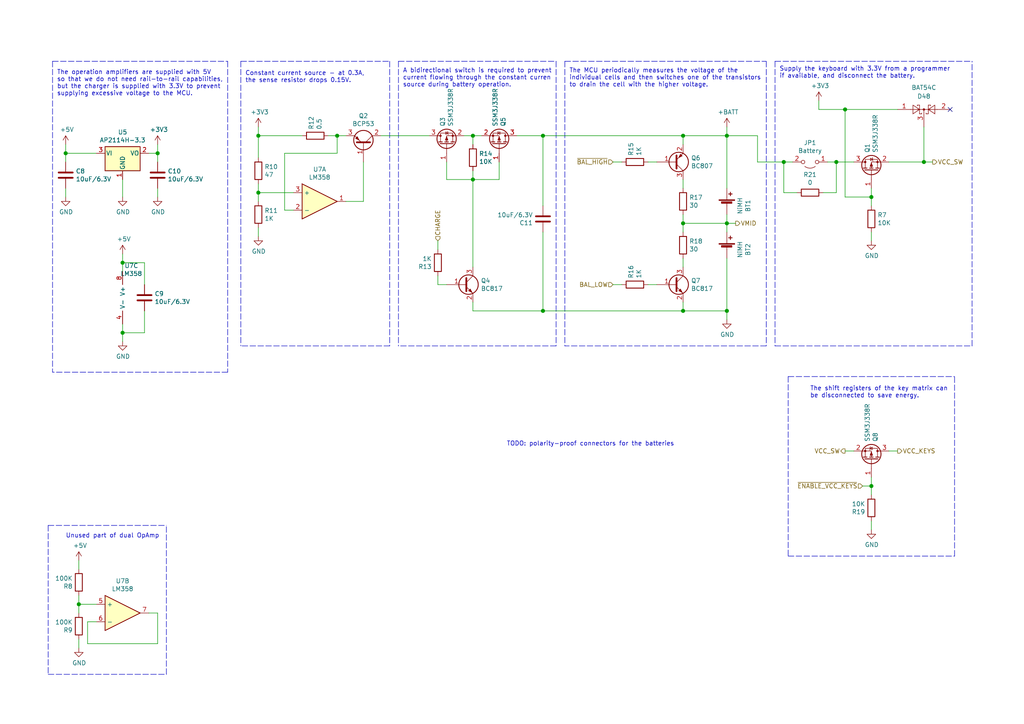
<source format=kicad_sch>
(kicad_sch (version 20210123) (generator eeschema)
  (paper "A4")
  (lib_symbols
    (symbol "Device:Battery_Cell" (pin_numbers hide) (pin_names (offset 0) hide)
      (property "Reference" "BT" (at 2.54 2.54 0))
      (property "Value" "Battery_Cell" (at 2.54 0 0))
      (symbol "Battery_Cell_0_1"
        (rectangle (start -2.286 1.778) (end 2.286 1.524) (fill (type outline)))
        (rectangle (start -1.5748 1.1938) (end 1.4732 0.6858) (fill (type outline)))
        (polyline (pts (xy 0 0.762) (xy 0 0)))
        (polyline (pts (xy 0 1.778) (xy 0 2.54)))
        (polyline (pts (xy 0.508 3.429) (xy 1.524 3.429)) (stroke (width 0.254)))
        (polyline (pts (xy 1.016 3.937) (xy 1.016 2.921)) (stroke (width 0.254)))
      )
      (symbol "Battery_Cell_1_1"
        (pin passive line (at 0 5.08 270) (length 2.54) (name "+") (number "1"))
        (pin passive line (at 0 -2.54 90) (length 2.54) (name "-") (number "2"))
      )
    )
    (symbol "Device:C" (pin_numbers hide) (pin_names (offset 0.254))
      (property "Reference" "C" (at 0.635 2.54 0))
      (property "Value" "C" (at 0.635 -2.54 0))
      (symbol "C_0_1"
        (polyline (pts (xy -2.032 -0.762) (xy 2.032 -0.762)) (stroke (width 0.508)))
        (polyline (pts (xy -2.032 0.762) (xy 2.032 0.762)) (stroke (width 0.508)))
      )
      (symbol "C_1_1"
        (pin passive line (at 0 3.81 270) (length 2.794) (name "~") (number "1"))
        (pin passive line (at 0 -3.81 90) (length 2.794) (name "~") (number "2"))
      )
    )
    (symbol "Device:Opamp_Dual"
      (property "Reference" "U" (at 0 5.08 0))
      (property "Value" "Opamp_Dual" (at 0 -5.08 0))
      (symbol "Opamp_Dual_1_1"
        (polyline (pts (xy -5.08 5.08) (xy 5.08 0) (xy -5.08 -5.08) (xy -5.08 5.08)) (stroke (width 0.254)) (fill (type background)))
        (pin output line (at 7.62 0 180) (length 2.54) (name "~") (number "1"))
        (pin input line (at -7.62 -2.54 0) (length 2.54) (name "-") (number "2"))
        (pin input line (at -7.62 2.54 0) (length 2.54) (name "+") (number "3"))
      )
      (symbol "Opamp_Dual_2_1"
        (polyline (pts (xy -5.08 5.08) (xy 5.08 0) (xy -5.08 -5.08) (xy -5.08 5.08)) (stroke (width 0.254)) (fill (type background)))
        (pin input line (at -7.62 2.54 0) (length 2.54) (name "+") (number "5"))
        (pin input line (at -7.62 -2.54 0) (length 2.54) (name "-") (number "6"))
        (pin output line (at 7.62 0 180) (length 2.54) (name "~") (number "7"))
      )
      (symbol "Opamp_Dual_3_1"
        (pin power_in line (at -2.54 -7.62 90) (length 3.81) (name "V-") (number "4"))
        (pin power_in line (at -2.54 7.62 270) (length 3.81) (name "V+") (number "8"))
      )
    )
    (symbol "Device:Q_PMOS_GSD" (pin_names (offset 0) hide)
      (property "Reference" "Q" (at 5.08 1.27 0))
      (property "Value" "Q_PMOS_GSD" (at 5.08 -1.27 0))
      (symbol "Q_PMOS_GSD_0_1"
        (circle (center 1.651 0) (radius 2.794) (stroke (width 0.254)))
        (circle (center 2.54 -1.778) (radius 0.254) (fill (type outline)))
        (circle (center 2.54 1.778) (radius 0.254) (fill (type outline)))
        (polyline (pts (xy 0.254 0) (xy -2.54 0)))
        (polyline (pts (xy 0.254 1.905) (xy 0.254 -1.905)) (stroke (width 0.254)))
        (polyline (pts (xy 0.762 -1.27) (xy 0.762 -2.286)) (stroke (width 0.254)))
        (polyline (pts (xy 0.762 0.508) (xy 0.762 -0.508)) (stroke (width 0.254)))
        (polyline (pts (xy 0.762 2.286) (xy 0.762 1.27)) (stroke (width 0.254)))
        (polyline (pts (xy 2.54 2.54) (xy 2.54 1.778)))
        (polyline (pts (xy 2.54 -2.54) (xy 2.54 0) (xy 0.762 0)))
        (polyline (pts (xy 0.762 1.778) (xy 3.302 1.778) (xy 3.302 -1.778) (xy 0.762 -1.778)))
        (polyline (pts (xy 2.286 0) (xy 1.27 0.381) (xy 1.27 -0.381) (xy 2.286 0)) (fill (type outline)))
        (polyline (pts (xy 2.794 -0.508) (xy 2.921 -0.381) (xy 3.683 -0.381) (xy 3.81 -0.254)))
        (polyline (pts (xy 3.302 -0.381) (xy 2.921 0.254) (xy 3.683 0.254) (xy 3.302 -0.381)))
      )
      (symbol "Q_PMOS_GSD_1_1"
        (pin input line (at -5.08 0 0) (length 2.54) (name "G") (number "1"))
        (pin passive line (at 2.54 -5.08 90) (length 2.54) (name "S") (number "2"))
        (pin passive line (at 2.54 5.08 270) (length 2.54) (name "D") (number "3"))
      )
    )
    (symbol "Device:R" (pin_numbers hide) (pin_names (offset 0))
      (property "Reference" "R" (at 2.032 0 90))
      (property "Value" "R" (at 0 0 90))
      (symbol "R_0_1"
        (rectangle (start -1.016 -2.54) (end 1.016 2.54) (stroke (width 0.254)))
      )
      (symbol "R_1_1"
        (pin passive line (at 0 3.81 270) (length 1.27) (name "~") (number "1"))
        (pin passive line (at 0 -3.81 90) (length 1.27) (name "~") (number "2"))
      )
    )
    (symbol "Diode:BAT54C" (pin_names (offset 1.016))
      (property "Reference" "D" (at 0.635 -3.81 0))
      (property "Value" "BAT54C" (at -6.35 3.175 0))
      (symbol "BAT54C_0_1"
        (circle (center 0 0) (radius 0.254) (fill (type outline)))
        (polyline (pts (xy -1.905 0) (xy 1.905 0)))
        (polyline (pts (xy -1.905 1.27) (xy -1.905 1.016)))
        (polyline (pts (xy -1.27 -1.27) (xy -0.635 -1.27)))
        (polyline (pts (xy -1.27 0) (xy -3.81 0)))
        (polyline (pts (xy -1.27 1.27) (xy -1.905 1.27)))
        (polyline (pts (xy -1.27 1.27) (xy -1.27 -1.27)))
        (polyline (pts (xy -0.635 -1.27) (xy -0.635 -1.016)))
        (polyline (pts (xy 0.635 -1.27) (xy 0.635 -1.016)))
        (polyline (pts (xy 1.27 -1.27) (xy 0.635 -1.27)))
        (polyline (pts (xy 1.27 1.27) (xy 1.27 -1.27)))
        (polyline (pts (xy 1.27 1.27) (xy 1.905 1.27)))
        (polyline (pts (xy 1.905 1.27) (xy 1.905 1.016)))
        (polyline (pts (xy 3.81 0) (xy 1.27 0)))
        (polyline (pts (xy -3.175 -1.27) (xy -3.175 1.27) (xy -1.27 0) (xy -3.175 -1.27)))
        (polyline (pts (xy 3.175 -1.27) (xy 3.175 1.27) (xy 1.27 0) (xy 3.175 -1.27)))
      )
      (symbol "BAT54C_1_1"
        (pin passive line (at -7.62 0 0) (length 3.81) (name "~") (number "1"))
        (pin passive line (at 7.62 0 180) (length 3.81) (name "~") (number "2"))
        (pin passive line (at 0 -5.08 90) (length 5.08) (name "~") (number "3"))
      )
    )
    (symbol "Jumper:Jumper_2_Open" (pin_names (offset 0) hide)
      (property "Reference" "JP" (at 0 2.794 0))
      (property "Value" "Jumper_2_Open" (at 0 -2.286 0))
      (symbol "Jumper_2_Open_0_0"
        (circle (center -2.032 0) (radius 0.508))
        (circle (center 2.032 0) (radius 0.508))
      )
      (symbol "Jumper_2_Open_0_1"
        (arc (start -1.524 1.27) (end 1.524 1.27) (radius (at 0 -0.762) (length 2.54) (angles 126.9 53.1)))
      )
      (symbol "Jumper_2_Open_1_1"
        (pin passive line (at -5.08 0 0) (length 2.54) (name "A") (number "1"))
        (pin passive line (at 5.08 0 180) (length 2.54) (name "B") (number "2"))
      )
    )
    (symbol "Regulator_Linear:AMS1117-3.3" (pin_names (offset 0.254))
      (property "Reference" "U" (at -3.81 3.175 0))
      (property "Value" "AMS1117-3.3" (at 0 3.175 0))
      (symbol "AMS1117-3.3_0_1"
        (rectangle (start -5.08 -5.08) (end 5.08 1.905) (stroke (width 0.254)) (fill (type background)))
      )
      (symbol "AMS1117-3.3_1_1"
        (pin power_in line (at 0 -7.62 90) (length 2.54) (name "GND") (number "1"))
        (pin power_out line (at 7.62 0 180) (length 2.54) (name "VO") (number "2"))
        (pin power_in line (at -7.62 0 0) (length 2.54) (name "VI") (number "3"))
      )
    )
    (symbol "Transistor_BJT:BC807" (pin_names (offset 0) hide)
      (property "Reference" "Q" (at 5.08 1.905 0))
      (property "Value" "BC807" (at 5.08 0 0))
      (symbol "BC807_0_1"
        (circle (center 1.27 0) (radius 2.8194) (stroke (width 0.254)))
        (polyline (pts (xy 0.635 0.635) (xy 2.54 2.54)))
        (polyline (pts (xy 0.635 -0.635) (xy 2.54 -2.54) (xy 2.54 -2.54)))
        (polyline (pts (xy 0.635 1.905) (xy 0.635 -1.905) (xy 0.635 -1.905)) (stroke (width 0.508)))
        (polyline (pts (xy 2.286 -1.778) (xy 1.778 -2.286) (xy 1.27 -1.27) (xy 2.286 -1.778) (xy 2.286 -1.778)) (fill (type outline)))
      )
      (symbol "BC807_1_1"
        (pin input line (at -5.08 0 0) (length 5.715) (name "B") (number "1"))
        (pin passive line (at 2.54 -5.08 90) (length 2.54) (name "E") (number "2"))
        (pin passive line (at 2.54 5.08 270) (length 2.54) (name "C") (number "3"))
      )
    )
    (symbol "Transistor_BJT:BC817" (pin_names (offset 0) hide)
      (property "Reference" "Q" (at 5.08 1.905 0))
      (property "Value" "BC817" (at 5.08 0 0))
      (symbol "BC817_0_1"
        (circle (center 1.27 0) (radius 2.8194) (stroke (width 0.254)))
        (polyline (pts (xy 0.635 0.635) (xy 2.54 2.54)))
        (polyline (pts (xy 0.635 -0.635) (xy 2.54 -2.54) (xy 2.54 -2.54)))
        (polyline (pts (xy 0.635 1.905) (xy 0.635 -1.905) (xy 0.635 -1.905)) (stroke (width 0.508)))
        (polyline (pts (xy 1.27 -1.778) (xy 1.778 -1.27) (xy 2.286 -2.286) (xy 1.27 -1.778) (xy 1.27 -1.778)) (fill (type outline)))
      )
      (symbol "BC817_1_1"
        (pin input line (at -5.08 0 0) (length 5.715) (name "B") (number "1"))
        (pin passive line (at 2.54 -5.08 90) (length 2.54) (name "E") (number "2"))
        (pin passive line (at 2.54 5.08 270) (length 2.54) (name "C") (number "3"))
      )
    )
    (symbol "Transistor_BJT:BCP53" (pin_names (offset 0) hide)
      (property "Reference" "Q" (at 5.08 1.905 0))
      (property "Value" "BCP53" (at 5.08 0 0))
      (symbol "BCP53_0_1"
        (circle (center 1.27 0) (radius 2.8194) (stroke (width 0.254)))
        (polyline (pts (xy 0.635 0.635) (xy 2.54 2.54)))
        (polyline (pts (xy 0.635 -0.635) (xy 2.54 -2.54) (xy 2.54 -2.54)))
        (polyline (pts (xy 0.635 1.905) (xy 0.635 -1.905) (xy 0.635 -1.905)) (stroke (width 0.508)))
        (polyline (pts (xy 2.286 -1.778) (xy 1.778 -2.286) (xy 1.27 -1.27) (xy 2.286 -1.778) (xy 2.286 -1.778)) (fill (type outline)))
      )
      (symbol "BCP53_1_1"
        (pin input line (at -5.08 0 0) (length 5.715) (name "B") (number "1"))
        (pin passive line (at 2.54 5.08 270) (length 2.54) (name "C") (number "2"))
        (pin passive line (at 2.54 -5.08 90) (length 2.54) (name "E") (number "3"))
        (pin passive line (at 2.54 5.08 270) (length 2.54) hide (name "C") (number "4"))
      )
    )
    (symbol "power:+3.3V" (power) (pin_names (offset 0))
      (property "Value" "+3.3V" (at 0 3.556 0))
      (symbol "+3.3V_0_1"
        (polyline (pts (xy -0.762 1.27) (xy 0 2.54)))
        (polyline (pts (xy 0 0) (xy 0 2.54)))
        (polyline (pts (xy 0 2.54) (xy 0.762 1.27)))
      )
      (symbol "+3.3V_1_1"
        (pin power_in line (at 0 0 90) (length 0) hide (name "+3V3") (number "1"))
      )
    )
    (symbol "power:+5V" (power) (pin_names (offset 0))
      (property "Value" "+5V" (at 0 3.556 0))
      (symbol "+5V_0_1"
        (polyline (pts (xy -0.762 1.27) (xy 0 2.54)))
        (polyline (pts (xy 0 0) (xy 0 2.54)))
        (polyline (pts (xy 0 2.54) (xy 0.762 1.27)))
      )
      (symbol "+5V_1_1"
        (pin power_in line (at 0 0 90) (length 0) hide (name "+5V") (number "1"))
      )
    )
    (symbol "power:+BATT" (power) (pin_names (offset 0))
      (property "Value" "+BATT" (at 0 3.556 0))
      (symbol "+BATT_0_1"
        (polyline (pts (xy -0.762 1.27) (xy 0 2.54)))
        (polyline (pts (xy 0 0) (xy 0 2.54)))
        (polyline (pts (xy 0 2.54) (xy 0.762 1.27)))
      )
      (symbol "+BATT_1_1"
        (pin power_in line (at 0 0 90) (length 0) hide (name "+BATT") (number "1"))
      )
    )
    (symbol "power:GND" (power) (pin_names (offset 0))
      (property "Value" "GND" (at 0 -3.81 0))
      (symbol "GND_0_1"
        (polyline (pts (xy 0 0) (xy 0 -1.27) (xy 1.27 -1.27) (xy 0 -2.54) (xy -1.27 -1.27) (xy 0 -1.27)))
      )
      (symbol "GND_1_1"
        (pin power_in line (at 0 0 270) (length 0) hide (name "GND") (number "1"))
      )
    )
  )
  (junction (at 19.05 44.45) (diameter 1.016))
  (junction (at 22.86 175.26) (diameter 1.016))
  (junction (at 35.56 76.2) (diameter 1.016))
  (junction (at 35.56 96.52) (diameter 1.016))
  (junction (at 45.72 44.45) (diameter 1.016))
  (junction (at 74.93 39.37) (diameter 1.016))
  (junction (at 74.93 55.88) (diameter 1.016))
  (junction (at 97.79 39.37) (diameter 1.016))
  (junction (at 137.16 39.37) (diameter 1.016))
  (junction (at 137.16 52.07) (diameter 1.016))
  (junction (at 157.48 39.37) (diameter 1.016))
  (junction (at 157.48 90.17) (diameter 1.016))
  (junction (at 198.12 39.37) (diameter 1.016))
  (junction (at 198.12 64.77) (diameter 1.016))
  (junction (at 198.12 90.17) (diameter 1.016))
  (junction (at 210.82 39.37) (diameter 1.016))
  (junction (at 210.82 64.77) (diameter 1.016))
  (junction (at 210.82 90.17) (diameter 1.016))
  (junction (at 227.33 46.99) (diameter 1.016))
  (junction (at 242.57 46.99) (diameter 1.016))
  (junction (at 245.11 31.75) (diameter 1.016))
  (junction (at 252.73 57.15) (diameter 1.016))
  (junction (at 252.73 140.97) (diameter 1.016))
  (junction (at 267.97 46.99) (diameter 1.016))
  (no_connect (at 275.59 31.75))
  (wire (pts (xy 19.05 41.91) (xy 19.05 44.45)))
  (wire (pts (xy 19.05 44.45) (xy 19.05 46.99)))
  (wire (pts (xy 19.05 44.45) (xy 27.94 44.45)))
  (wire (pts (xy 19.05 54.61) (xy 19.05 57.15)))
  (wire (pts (xy 22.86 162.56) (xy 22.86 165.1)))
  (wire (pts (xy 22.86 172.72) (xy 22.86 175.26)))
  (wire (pts (xy 22.86 175.26) (xy 22.86 177.8)))
  (wire (pts (xy 22.86 175.26) (xy 27.94 175.26)))
  (wire (pts (xy 22.86 185.42) (xy 22.86 187.96)))
  (wire (pts (xy 25.4 180.34) (xy 27.94 180.34)))
  (wire (pts (xy 25.4 186.69) (xy 25.4 180.34)))
  (wire (pts (xy 35.56 52.07) (xy 35.56 57.15)))
  (wire (pts (xy 35.56 73.66) (xy 35.56 76.2)))
  (wire (pts (xy 35.56 76.2) (xy 35.56 78.74)))
  (wire (pts (xy 35.56 93.98) (xy 35.56 96.52)))
  (wire (pts (xy 35.56 96.52) (xy 35.56 99.06)))
  (wire (pts (xy 41.91 76.2) (xy 35.56 76.2)))
  (wire (pts (xy 41.91 82.55) (xy 41.91 76.2)))
  (wire (pts (xy 41.91 90.17) (xy 41.91 96.52)))
  (wire (pts (xy 41.91 96.52) (xy 35.56 96.52)))
  (wire (pts (xy 43.18 44.45) (xy 45.72 44.45)))
  (wire (pts (xy 43.18 177.8) (xy 45.72 177.8)))
  (wire (pts (xy 45.72 41.91) (xy 45.72 44.45)))
  (wire (pts (xy 45.72 44.45) (xy 45.72 46.99)))
  (wire (pts (xy 45.72 54.61) (xy 45.72 57.15)))
  (wire (pts (xy 45.72 177.8) (xy 45.72 186.69)))
  (wire (pts (xy 45.72 186.69) (xy 25.4 186.69)))
  (wire (pts (xy 74.93 36.83) (xy 74.93 39.37)))
  (wire (pts (xy 74.93 39.37) (xy 74.93 45.72)))
  (wire (pts (xy 74.93 53.34) (xy 74.93 55.88)))
  (wire (pts (xy 74.93 55.88) (xy 74.93 58.42)))
  (wire (pts (xy 74.93 55.88) (xy 85.09 55.88)))
  (wire (pts (xy 74.93 66.04) (xy 74.93 68.58)))
  (wire (pts (xy 82.55 44.45) (xy 97.79 44.45)))
  (wire (pts (xy 82.55 60.96) (xy 82.55 44.45)))
  (wire (pts (xy 85.09 60.96) (xy 82.55 60.96)))
  (wire (pts (xy 87.63 39.37) (xy 74.93 39.37)))
  (wire (pts (xy 95.25 39.37) (xy 97.79 39.37)))
  (wire (pts (xy 97.79 39.37) (xy 100.33 39.37)))
  (wire (pts (xy 97.79 44.45) (xy 97.79 39.37)))
  (wire (pts (xy 105.41 46.99) (xy 105.41 58.42)))
  (wire (pts (xy 105.41 58.42) (xy 100.33 58.42)))
  (wire (pts (xy 110.49 39.37) (xy 124.46 39.37)))
  (wire (pts (xy 127 69.85) (xy 127 72.39)))
  (wire (pts (xy 127 82.55) (xy 127 80.01)))
  (wire (pts (xy 129.54 52.07) (xy 129.54 46.99)))
  (wire (pts (xy 129.54 82.55) (xy 127 82.55)))
  (wire (pts (xy 134.62 39.37) (xy 137.16 39.37)))
  (wire (pts (xy 137.16 39.37) (xy 137.16 41.91)))
  (wire (pts (xy 137.16 39.37) (xy 139.7 39.37)))
  (wire (pts (xy 137.16 49.53) (xy 137.16 52.07)))
  (wire (pts (xy 137.16 52.07) (xy 129.54 52.07)))
  (wire (pts (xy 137.16 52.07) (xy 137.16 77.47)))
  (wire (pts (xy 137.16 90.17) (xy 137.16 87.63)))
  (wire (pts (xy 144.78 46.99) (xy 144.78 52.07)))
  (wire (pts (xy 144.78 52.07) (xy 137.16 52.07)))
  (wire (pts (xy 149.86 39.37) (xy 157.48 39.37)))
  (wire (pts (xy 157.48 39.37) (xy 157.48 59.69)))
  (wire (pts (xy 157.48 39.37) (xy 198.12 39.37)))
  (wire (pts (xy 157.48 67.31) (xy 157.48 90.17)))
  (wire (pts (xy 157.48 90.17) (xy 137.16 90.17)))
  (wire (pts (xy 177.8 46.99) (xy 180.34 46.99)))
  (wire (pts (xy 177.8 82.55) (xy 180.34 82.55)))
  (wire (pts (xy 187.96 46.99) (xy 190.5 46.99)))
  (wire (pts (xy 187.96 82.55) (xy 190.5 82.55)))
  (wire (pts (xy 198.12 39.37) (xy 210.82 39.37)))
  (wire (pts (xy 198.12 41.91) (xy 198.12 39.37)))
  (wire (pts (xy 198.12 52.07) (xy 198.12 54.61)))
  (wire (pts (xy 198.12 64.77) (xy 198.12 62.23)))
  (wire (pts (xy 198.12 64.77) (xy 198.12 67.31)))
  (wire (pts (xy 198.12 74.93) (xy 198.12 77.47)))
  (wire (pts (xy 198.12 90.17) (xy 157.48 90.17)))
  (wire (pts (xy 198.12 90.17) (xy 198.12 87.63)))
  (wire (pts (xy 210.82 36.83) (xy 210.82 39.37)))
  (wire (pts (xy 210.82 39.37) (xy 210.82 54.61)))
  (wire (pts (xy 210.82 39.37) (xy 219.71 39.37)))
  (wire (pts (xy 210.82 62.23) (xy 210.82 64.77)))
  (wire (pts (xy 210.82 64.77) (xy 198.12 64.77)))
  (wire (pts (xy 210.82 64.77) (xy 210.82 67.31)))
  (wire (pts (xy 210.82 64.77) (xy 213.36 64.77)))
  (wire (pts (xy 210.82 74.93) (xy 210.82 90.17)))
  (wire (pts (xy 210.82 90.17) (xy 198.12 90.17)))
  (wire (pts (xy 210.82 90.17) (xy 210.82 92.71)))
  (wire (pts (xy 219.71 46.99) (xy 219.71 39.37)))
  (wire (pts (xy 227.33 46.99) (xy 219.71 46.99)))
  (wire (pts (xy 227.33 46.99) (xy 227.33 55.88)))
  (wire (pts (xy 229.87 46.99) (xy 227.33 46.99)))
  (wire (pts (xy 231.14 55.88) (xy 227.33 55.88)))
  (wire (pts (xy 237.49 31.75) (xy 237.49 29.21)))
  (wire (pts (xy 238.76 55.88) (xy 242.57 55.88)))
  (wire (pts (xy 242.57 46.99) (xy 240.03 46.99)))
  (wire (pts (xy 242.57 46.99) (xy 242.57 55.88)))
  (wire (pts (xy 245.11 31.75) (xy 237.49 31.75)))
  (wire (pts (xy 245.11 31.75) (xy 245.11 57.15)))
  (wire (pts (xy 245.11 130.81) (xy 247.65 130.81)))
  (wire (pts (xy 247.65 46.99) (xy 242.57 46.99)))
  (wire (pts (xy 250.19 140.97) (xy 252.73 140.97)))
  (wire (pts (xy 252.73 54.61) (xy 252.73 57.15)))
  (wire (pts (xy 252.73 57.15) (xy 245.11 57.15)))
  (wire (pts (xy 252.73 57.15) (xy 252.73 59.69)))
  (wire (pts (xy 252.73 67.31) (xy 252.73 69.85)))
  (wire (pts (xy 252.73 138.43) (xy 252.73 140.97)))
  (wire (pts (xy 252.73 140.97) (xy 252.73 143.51)))
  (wire (pts (xy 252.73 151.13) (xy 252.73 153.67)))
  (wire (pts (xy 257.81 130.81) (xy 260.35 130.81)))
  (wire (pts (xy 260.35 31.75) (xy 245.11 31.75)))
  (wire (pts (xy 267.97 36.83) (xy 267.97 46.99)))
  (wire (pts (xy 267.97 46.99) (xy 257.81 46.99)))
  (wire (pts (xy 267.97 46.99) (xy 270.51 46.99)))
  (polyline (pts (xy 13.97 152.4) (xy 13.97 195.58)) (stroke (width 0) (type dash)))
  (polyline (pts (xy 13.97 152.4) (xy 48.26 152.4)) (stroke (width 0) (type dash)))
  (polyline (pts (xy 13.97 195.58) (xy 48.26 195.58)) (stroke (width 0) (type dash)))
  (polyline (pts (xy 15.24 17.78) (xy 15.24 107.95)) (stroke (width 0) (type dash)))
  (polyline (pts (xy 15.24 17.78) (xy 66.04 17.78)) (stroke (width 0) (type dash)))
  (polyline (pts (xy 48.26 195.58) (xy 48.26 152.4)) (stroke (width 0) (type dash)))
  (polyline (pts (xy 66.04 17.78) (xy 66.04 107.95)) (stroke (width 0) (type dash)))
  (polyline (pts (xy 66.04 107.95) (xy 15.24 107.95)) (stroke (width 0) (type dash)))
  (polyline (pts (xy 69.85 17.78) (xy 69.85 100.33)) (stroke (width 0) (type dash)))
  (polyline (pts (xy 69.85 17.78) (xy 113.03 17.78)) (stroke (width 0) (type dash)))
  (polyline (pts (xy 113.03 17.78) (xy 113.03 100.33)) (stroke (width 0) (type dash)))
  (polyline (pts (xy 113.03 100.33) (xy 69.85 100.33)) (stroke (width 0) (type dash)))
  (polyline (pts (xy 115.57 17.78) (xy 115.57 100.33)) (stroke (width 0) (type dash)))
  (polyline (pts (xy 115.57 17.78) (xy 161.29 17.78)) (stroke (width 0) (type dash)))
  (polyline (pts (xy 161.29 17.78) (xy 161.29 100.33)) (stroke (width 0) (type dash)))
  (polyline (pts (xy 161.29 100.33) (xy 115.57 100.33)) (stroke (width 0) (type dash)))
  (polyline (pts (xy 163.83 17.78) (xy 163.83 100.33)) (stroke (width 0) (type dash)))
  (polyline (pts (xy 163.83 17.78) (xy 222.25 17.78)) (stroke (width 0) (type dash)))
  (polyline (pts (xy 222.25 17.78) (xy 222.25 100.33)) (stroke (width 0) (type dash)))
  (polyline (pts (xy 222.25 100.33) (xy 163.83 100.33)) (stroke (width 0) (type dash)))
  (polyline (pts (xy 224.79 17.78) (xy 224.79 100.33)) (stroke (width 0) (type dash)))
  (polyline (pts (xy 224.79 17.78) (xy 281.94 17.78)) (stroke (width 0) (type dash)))
  (polyline (pts (xy 224.79 100.33) (xy 281.94 100.33)) (stroke (width 0) (type dash)))
  (polyline (pts (xy 228.6 109.22) (xy 228.6 161.29)) (stroke (width 0) (type dash)))
  (polyline (pts (xy 228.6 109.22) (xy 276.86 109.22)) (stroke (width 0) (type dash)))
  (polyline (pts (xy 228.6 161.29) (xy 276.86 161.29)) (stroke (width 0) (type dash)))
  (polyline (pts (xy 276.86 161.29) (xy 276.86 109.22)) (stroke (width 0) (type dash)))
  (polyline (pts (xy 281.94 100.33) (xy 281.94 17.78)) (stroke (width 0) (type dash)))
  (text "The operation amplifiers are supplied with 5V\nso that we do not need rail-to-rail capabilities,\nbut the charger is supplied with 3.3V to prevent\nsupplying excessive voltage to the MCU." (at 16.51 27.94 0) (effects (font (size 1.27 1.27)) (justify left bottom)))
  (text "Unused part of dual OpAmp" (at 19.05 156.21 0) (effects (font (size 1.27 1.27)) (justify left bottom)))
  (text "Constant current source - at 0.3A,\nthe sense resistor drops 0.15V." (at 71.12 24.13 0) (effects (font (size 1.27 1.27)) (justify left bottom)))
  (text "A bidirectional switch is required to prevent\ncurrent flowing through the constant curren\nsource during battery operation." (at 116.84 25.4 0) (effects (font (size 1.27 1.27)) (justify left bottom)))
  (text "The MCU periodically measures the voltage of the\nindividual cells and then switches one of the transistors\nto drain the cell with the higher voltage." (at 165.1 25.4 0) (effects (font (size 1.27 1.27)) (justify left bottom)))
  (text "TODO: polarity-proof connectors for the batteries" (at 195.58 129.54 180) (effects (font (size 1.27 1.27)) (justify right bottom)))
  (text "Supply the keyboard with 3.3V from a programmer\nif available, and disconnect the battery." (at 226.06 22.86 0) (effects (font (size 1.27 1.27)) (justify left bottom)))
  (text "The shift registers of the key matrix can\nbe disconnected to save energy." (at 234.95 115.57 0) (effects (font (size 1.27 1.27)) (justify left bottom)))
  (hierarchical_label "CHARGE" (shape input) (at 127 69.85 90))
  (hierarchical_label "~BAL_HIGH" (shape input) (at 177.8 46.99 180))
  (hierarchical_label "BAL_LOW" (shape input) (at 177.8 82.55 180))
  (hierarchical_label "VMID" (shape output) (at 213.36 64.77 0))
  (hierarchical_label "VCC_SW" (shape output) (at 245.11 130.81 180))
  (hierarchical_label "~ENABLE_VCC_KEYS" (shape input) (at 250.19 140.97 180))
  (hierarchical_label "VCC_KEYS" (shape output) (at 260.35 130.81 0))
  (hierarchical_label "VCC_SW" (shape output) (at 270.51 46.99 0))
  (symbol (lib_id "power:+5V") (at 19.05 41.91 0) (unit 1)
    (property "Reference" "#PWR0130" (effects hide))
    (property "Value" "+5V" (at 19.4183 37.5856 0))
  )
  (symbol (lib_id "power:+5V") (at 22.86 162.56 0) (unit 1)
    (property "Reference" "#PWR0138" (effects hide))
    (property "Value" "+5V" (at 23.2283 158.2356 0))
  )
  (symbol (lib_id "power:+5V") (at 35.56 73.66 0) (unit 1)
    (property "Reference" "#PWR0133" (effects hide))
    (property "Value" "+5V" (at 35.9283 69.3356 0))
  )
  (symbol (lib_id "power:+3.3V") (at 45.72 41.91 0) (unit 1)
    (property "Reference" "#PWR0129" (effects hide))
    (property "Value" "+3.3V" (at 46.0883 37.5856 0))
  )
  (symbol (lib_id "power:+3.3V") (at 74.93 36.83 0) (unit 1)
    (property "Reference" "#PWR0127" (effects hide))
    (property "Value" "+3.3V" (at 75.2983 32.5056 0))
  )
  (symbol (lib_id "power:+BATT") (at 210.82 36.83 0) (unit 1)
    (property "Reference" "#PWR0136" (effects hide))
    (property "Value" "+BATT" (at 211.1883 32.5056 0))
  )
  (symbol (lib_id "power:+3.3V") (at 237.49 29.21 0) (unit 1)
    (property "Reference" "#PWR0126" (effects hide))
    (property "Value" "+3.3V_programmer" (at 237.858 24.886 0))
  )
  (symbol (lib_id "power:GND") (at 19.05 57.15 0) (unit 1)
    (property "Reference" "#PWR0134" (effects hide))
    (property "Value" "GND" (at 19.1643 61.4744 0))
  )
  (symbol (lib_id "power:GND") (at 22.86 187.96 0) (unit 1)
    (property "Reference" "#PWR0139" (effects hide))
    (property "Value" "GND" (at 22.9743 192.2844 0))
  )
  (symbol (lib_id "power:GND") (at 35.56 57.15 0) (unit 1)
    (property "Reference" "#PWR0135" (effects hide))
    (property "Value" "GND" (at 35.6743 61.4744 0))
  )
  (symbol (lib_id "power:GND") (at 35.56 99.06 0) (unit 1)
    (property "Reference" "#PWR0132" (effects hide))
    (property "Value" "GND" (at 35.6743 103.3844 0))
  )
  (symbol (lib_id "power:GND") (at 45.72 57.15 0) (unit 1)
    (property "Reference" "#PWR0131" (effects hide))
    (property "Value" "GND" (at 45.8343 61.4744 0))
  )
  (symbol (lib_id "power:GND") (at 74.93 68.58 0) (unit 1)
    (property "Reference" "#PWR0125" (effects hide))
    (property "Value" "GND" (at 75.0443 72.9044 0))
  )
  (symbol (lib_id "power:GND") (at 210.82 92.71 0) (unit 1)
    (property "Reference" "#PWR0137" (effects hide))
    (property "Value" "GND" (at 210.9343 97.0344 0))
  )
  (symbol (lib_id "power:GND") (at 252.73 69.85 0) (unit 1)
    (property "Reference" "#PWR0128" (effects hide))
    (property "Value" "GND" (at 252.8443 74.1744 0))
  )
  (symbol (lib_id "power:GND") (at 252.73 153.67 0) (unit 1)
    (property "Reference" "#PWR0122" (effects hide))
    (property "Value" "GND" (at 252.8443 157.9944 0))
  )
  (symbol (lib_id "Device:R") (at 22.86 168.91 180) (unit 1)
    (property "Reference" "R8" (at 21.0819 170.0594 0) (effects (justify left)))
    (property "Value" "100K" (at 21.082 167.761 0) (effects (justify left)))
    (property "Footprint" "Resistor_SMD:R_0603_1608Metric" (effects hide))
  )
  (symbol (lib_id "Device:R") (at 22.86 181.61 180) (unit 1)
    (property "Reference" "R9" (at 21.0819 182.7594 0) (effects (justify left)))
    (property "Value" "100K" (at 21.082 180.461 0) (effects (justify left)))
    (property "Footprint" "Resistor_SMD:R_0603_1608Metric" (effects hide))
  )
  (symbol (lib_id "Device:R") (at 74.93 49.53 0) (unit 1)
    (property "Reference" "R10" (at 76.7081 48.3806 0) (effects (justify left)))
    (property "Value" "47" (at 76.708 50.679 0) (effects (justify left)))
    (property "Footprint" "Resistor_SMD:R_0603_1608Metric" (effects hide))
  )
  (symbol (lib_id "Device:R") (at 74.93 62.23 0) (unit 1)
    (property "Reference" "R11" (at 76.7081 61.0806 0) (effects (justify left)))
    (property "Value" "1K" (at 76.708 63.379 0) (effects (justify left)))
    (property "Footprint" "Resistor_SMD:R_0603_1608Metric" (effects hide))
  )
  (symbol (lib_id "Device:R") (at 91.44 39.37 90) (unit 1)
    (property "Reference" "R12" (at 90.2906 37.5919 0) (effects (justify left)))
    (property "Value" "0.5" (at 92.589 37.592 0) (effects (justify left)))
    (property "Footprint" "Resistor_SMD:R_1206_3216Metric" (effects hide))
    (property "Part Name" "Ohmite KDV12FR510ET" (effects hide))
    (property "Mouser" "588-KDV12FR510ET" (effects hide))
  )
  (symbol (lib_id "Device:R") (at 127 76.2 180) (unit 1)
    (property "Reference" "R13" (at 125.2219 77.3494 0) (effects (justify left)))
    (property "Value" "1K" (at 125.222 75.051 0) (effects (justify left)))
    (property "Footprint" "Resistor_SMD:R_0603_1608Metric" (effects hide))
  )
  (symbol (lib_id "Device:R") (at 137.16 45.72 0) (unit 1)
    (property "Reference" "R14" (at 138.9381 44.5706 0) (effects (justify left)))
    (property "Value" "10K" (at 138.938 46.869 0) (effects (justify left)))
    (property "Footprint" "Resistor_SMD:R_0603_1608Metric" (effects hide))
  )
  (symbol (lib_id "Device:R") (at 184.15 46.99 90) (unit 1)
    (property "Reference" "R15" (at 183.0006 45.2119 0) (effects (justify left)))
    (property "Value" "1K" (at 185.299 45.212 0) (effects (justify left)))
    (property "Footprint" "Resistor_SMD:R_0603_1608Metric" (effects hide))
  )
  (symbol (lib_id "Device:R") (at 184.15 82.55 90) (unit 1)
    (property "Reference" "R16" (at 183.0006 80.7719 0) (effects (justify left)))
    (property "Value" "1K" (at 185.299 80.772 0) (effects (justify left)))
    (property "Footprint" "Resistor_SMD:R_0603_1608Metric" (effects hide))
  )
  (symbol (lib_id "Device:R") (at 198.12 58.42 0) (unit 1)
    (property "Reference" "R17" (at 199.8981 57.2706 0) (effects (justify left)))
    (property "Value" "30" (at 199.898 59.569 0) (effects (justify left)))
    (property "Footprint" "Resistor_SMD:R_0603_1608Metric" (effects hide))
  )
  (symbol (lib_id "Device:R") (at 198.12 71.12 0) (unit 1)
    (property "Reference" "R18" (at 199.8981 69.9706 0) (effects (justify left)))
    (property "Value" "30" (at 199.898 72.269 0) (effects (justify left)))
    (property "Footprint" "Resistor_SMD:R_0603_1608Metric" (effects hide))
  )
  (symbol (lib_id "Device:R") (at 234.95 55.88 90) (unit 1)
    (property "Reference" "R21" (at 234.95 50.6538 90))
    (property "Value" "0" (at 234.95 52.9525 90))
    (property "Footprint" "Resistor_SMD:R_0603_1608Metric_Pad0.98x0.95mm_HandSolder" (effects hide))
  )
  (symbol (lib_id "Device:R") (at 252.73 63.5 0) (unit 1)
    (property "Reference" "R7" (at 254.5081 62.3506 0) (effects (justify left)))
    (property "Value" "10K" (at 254.508 64.649 0) (effects (justify left)))
    (property "Footprint" "Resistor_SMD:R_0603_1608Metric" (effects hide))
  )
  (symbol (lib_id "Device:R") (at 252.73 147.32 180) (unit 1)
    (property "Reference" "R19" (at 250.9519 148.4694 0) (effects (justify left)))
    (property "Value" "10K" (at 250.952 146.171 0) (effects (justify left)))
    (property "Footprint" "Resistor_SMD:R_0603_1608Metric" (effects hide))
  )
  (symbol (lib_id "Jumper:Jumper_2_Open") (at 234.95 46.99 180) (unit 1)
    (property "Reference" "JP1" (at 234.95 41.4082 0))
    (property "Value" "Battery" (at 234.95 43.707 0))
    (property "Footprint" "Connector_PinHeader_2.54mm:PinHeader_1x02_P2.54mm_Horizontal" (effects hide))
  )
  (symbol (lib_id "Device:Opamp_Dual") (at 38.1 86.36 0) (unit 3)
    (property "Reference" "U7" (at 38.1 77.0698 0))
    (property "Value" "LM358" (at 38.1 79.3685 0))
  )
  (symbol (lib_id "Device:C") (at 19.05 50.8 0) (unit 1)
    (property "Reference" "C8" (at 21.9711 49.6506 0) (effects (justify left)))
    (property "Value" "10uF/6.3V" (at 21.971 51.949 0) (effects (justify left)))
    (property "Footprint" "Capacitor_SMD:C_0805_2012Metric" (effects hide))
    (property "Part Name" "Taiyo Yuden LMK212F106ZG-T" (effects hide))
    (property "Mouser" "963-LMK212F106ZG-T" (effects hide))
  )
  (symbol (lib_id "Device:C") (at 41.91 86.36 0) (unit 1)
    (property "Reference" "C9" (at 44.8311 85.2106 0) (effects (justify left)))
    (property "Value" "10uF/6.3V" (at 44.831 87.509 0) (effects (justify left)))
    (property "Footprint" "Capacitor_SMD:C_0805_2012Metric" (effects hide))
    (property "Part Name" "Taiyo Yuden LMK212F106ZG-T" (effects hide))
    (property "Mouser" "963-LMK212F106ZG-T" (effects hide))
  )
  (symbol (lib_id "Device:C") (at 45.72 50.8 0) (unit 1)
    (property "Reference" "C10" (at 48.6411 49.6506 0) (effects (justify left)))
    (property "Value" "10uF/6.3V" (at 48.641 51.949 0) (effects (justify left)))
    (property "Footprint" "Capacitor_SMD:C_0805_2012Metric" (effects hide))
    (property "Part Name" "Taiyo Yuden LMK212F106ZG-T" (effects hide))
    (property "Mouser" "963-LMK212F106ZG-T" (effects hide))
  )
  (symbol (lib_id "Device:C") (at 157.48 63.5 180) (unit 1)
    (property "Reference" "C11" (at 154.5589 64.6494 0) (effects (justify left)))
    (property "Value" "10uF/6.3V" (at 154.559 62.351 0) (effects (justify left)))
    (property "Footprint" "Capacitor_SMD:C_0805_2012Metric" (effects hide))
    (property "Part Name" "Taiyo Yuden LMK212F106ZG-T" (effects hide))
    (property "Mouser" "963-LMK212F106ZG-T" (effects hide))
  )
  (symbol (lib_id "Device:Battery_Cell") (at 210.82 59.69 0) (unit 1)
    (property "Reference" "BT1" (at 216.9352 59.69 90))
    (property "Value" "NiMH" (at 214.637 59.69 90))
    (property "Footprint" "Connector_PinHeader_2.54mm:PinHeader_1x02_P2.54mm_Horizontal" (effects hide))
  )
  (symbol (lib_id "Device:Battery_Cell") (at 210.82 72.39 0) (unit 1)
    (property "Reference" "BT2" (at 216.9352 72.39 90))
    (property "Value" "NiMH" (at 214.637 72.39 90))
    (property "Footprint" "Connector_PinHeader_2.54mm:PinHeader_1x02_P2.54mm_Horizontal" (effects hide))
  )
  (symbol (lib_id "Transistor_BJT:BCP53") (at 105.41 41.91 270) (mirror x) (unit 1)
    (property "Reference" "Q2" (at 105.41 33.6104 90))
    (property "Value" "BCP53" (at 105.41 35.9091 90))
    (property "Footprint" "Package_TO_SOT_SMD:SOT-223" (effects hide))
    (property "Datasheet" "http://www.onsemi.com/pub_link/Collateral/BCP53T1-D.PDF" (effects hide))
    (property "Part Name" "Nexperia BCP53TF" (effects hide))
    (property "Mouser" "771-BCP53TF" (effects hide))
  )
  (symbol (lib_id "Transistor_BJT:BC817") (at 134.62 82.55 0) (unit 1)
    (property "Reference" "Q4" (at 139.4715 81.4006 0) (effects (justify left)))
    (property "Value" "BC817" (at 139.4715 83.6993 0) (effects (justify left)))
    (property "Footprint" "Package_TO_SOT_SMD:SOT-23" (effects hide))
    (property "Datasheet" "https://www.onsemi.com/pub/Collateral/BC818-D.pdf" (effects hide))
  )
  (symbol (lib_id "Transistor_BJT:BC807") (at 195.58 46.99 0) (mirror x) (unit 1)
    (property "Reference" "Q6" (at 200.4315 45.8406 0) (effects (justify left)))
    (property "Value" "BC807" (at 200.4315 48.1393 0) (effects (justify left)))
    (property "Footprint" "Package_TO_SOT_SMD:SOT-23" (effects hide))
    (property "Datasheet" "https://www.onsemi.com/pub/Collateral/BC808-D.pdf" (effects hide))
  )
  (symbol (lib_id "Transistor_BJT:BC817") (at 195.58 82.55 0) (unit 1)
    (property "Reference" "Q7" (at 200.4315 81.4006 0) (effects (justify left)))
    (property "Value" "BC817" (at 200.4315 83.6993 0) (effects (justify left)))
    (property "Footprint" "Package_TO_SOT_SMD:SOT-23" (effects hide))
    (property "Datasheet" "https://www.onsemi.com/pub/Collateral/BC818-D.pdf" (effects hide))
  )
  (symbol (lib_id "Device:Q_PMOS_GSD") (at 129.54 41.91 90) (unit 1)
    (property "Reference" "Q3" (at 128.3906 36.7029 0) (effects (justify left)))
    (property "Value" "SSM3J338R" (at 130.689 36.703 0) (effects (justify left)))
    (property "Footprint" "Package_TO_SOT_SMD:SOT-23_Handsoldering" (effects hide))
    (property "Part Name" "Toshiba SSM3J338R" (effects hide))
    (property "Mouser" "757-SSM3J338RLF" (effects hide))
  )
  (symbol (lib_id "Device:Q_PMOS_GSD") (at 144.78 41.91 270) (mirror x) (unit 1)
    (property "Reference" "Q5" (at 145.9294 36.7029 0) (effects (justify left)))
    (property "Value" "SSM3J338R" (at 143.631 36.703 0) (effects (justify left)))
    (property "Footprint" "Package_TO_SOT_SMD:SOT-23_Handsoldering" (effects hide))
    (property "Part Name" "Toshiba SSM3J338R" (effects hide))
    (property "Mouser" "757-SSM3J338RLF" (effects hide))
  )
  (symbol (lib_id "Device:Q_PMOS_GSD") (at 252.73 49.53 90) (unit 1)
    (property "Reference" "Q1" (at 251.5806 44.3229 0) (effects (justify left)))
    (property "Value" "SSM3J338R" (at 253.879 44.323 0) (effects (justify left)))
    (property "Footprint" "Package_TO_SOT_SMD:SOT-23_Handsoldering" (effects hide))
    (property "Part Name" "Toshiba SSM3J338R" (effects hide))
    (property "Mouser" "757-SSM3J338RLF" (effects hide))
  )
  (symbol (lib_id "Device:Q_PMOS_GSD") (at 252.73 133.35 270) (mirror x) (unit 1)
    (property "Reference" "Q8" (at 253.8794 128.1429 0) (effects (justify left)))
    (property "Value" "SSM3J338R" (at 251.581 128.143 0) (effects (justify left)))
    (property "Footprint" "Package_TO_SOT_SMD:SOT-23_Handsoldering" (effects hide))
    (property "Part Name" "Toshiba SSM3J338R" (effects hide))
    (property "Mouser" "757-SSM3J338RLF" (effects hide))
  )
  (symbol (lib_id "Diode:BAT54C") (at 267.97 31.75 0) (unit 1)
    (property "Reference" "D48" (at 267.97 27.94 0))
    (property "Value" "BAT54C" (at 267.97 25.4 0))
    (property "Footprint" "Package_TO_SOT_SMD:SOT-23" (effects hide))
    (property "Datasheet" "https://www.mouser.de/datasheet/2/1057/BAT54_SERIES-1869048.pdf" (effects hide))
    (property "Part Name" "BAT54A" (effects hide))
    (property "Mouser" " 241-BAT54A_R1_00001 " (effects hide))
  )
  (symbol (lib_id "Regulator_Linear:AMS1117-3.3") (at 35.56 44.45 0) (unit 1)
    (property "Reference" "U5" (at 35.56 38.3348 0))
    (property "Value" "AP2114H-3.3" (at 35.56 40.634 0))
    (property "Footprint" "Package_TO_SOT_SMD:SOT-223-3_TabPin2" (effects hide))
    (property "Datasheet" "http://www.advanced-monolithic.com/pdf/ds1117.pdf" (effects hide))
    (property "Part Name" "Diodes Inc AP2114H-3.3TRG1" (effects hide))
    (property "Mouser" "621-AP2114H-3.3TRG1" (effects hide))
  )
  (symbol (lib_id "Device:Opamp_Dual") (at 35.56 177.8 0) (unit 2)
    (property "Reference" "U7" (at 35.56 168.5098 0))
    (property "Value" "LM358" (at 35.56 170.808 0))
  )
  (symbol (lib_id "Device:Opamp_Dual") (at 92.71 58.42 0) (unit 1)
    (property "Reference" "U7" (at 92.71 49.1298 0))
    (property "Value" "LM358" (at 92.71 51.4285 0))
    (property "Footprint" "Package_SO:TSSOP-8_4.4x3mm_P0.65mm" (effects hide))
    (property "Datasheet" "https://www.ti.com/lit/ds/symlink/lm358.pdf?HQS=dis-mous-null-mousermode-dsf-pf-null-wwe&ts=1611477242242" (effects hide))
    (property "Mouser" "595-LM358PW " (effects hide))
    (property "Part Name" "LM358PW" (effects hide))
  )
)
</source>
